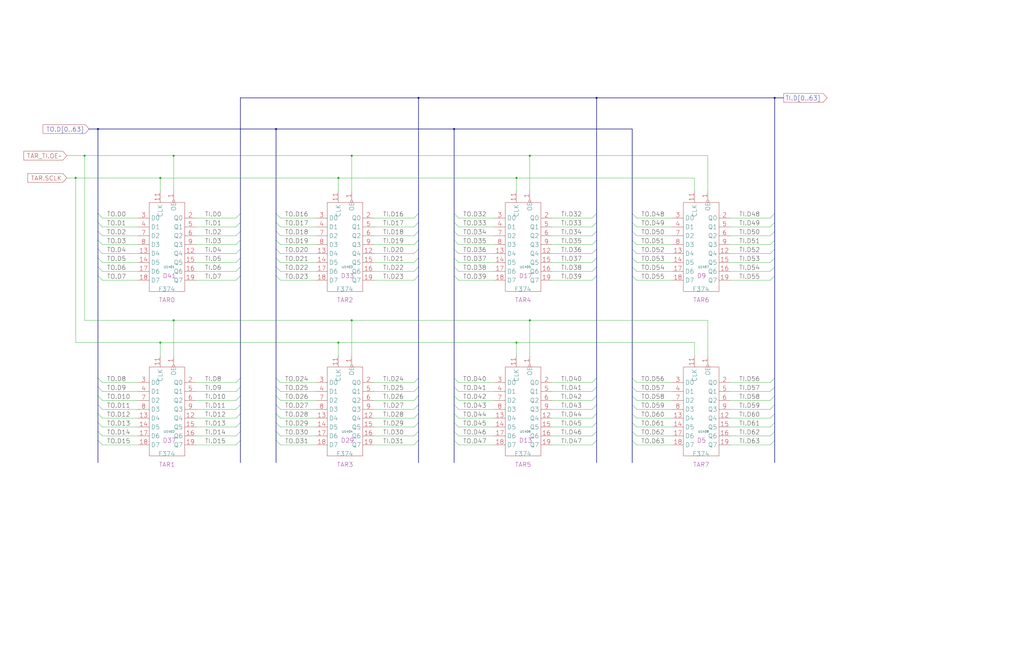
<source format=kicad_sch>
(kicad_sch (version 20250114) (generator "eeschema") (generator_version "9.0")
  (paper "User" 584.2 378.46)
  (title_block (title "TYPE ASSEMBLY REGISTER") (date "20-MAR-90") (rev "1.0") (comment 1 "FIU") (comment 2 "232-003065") (comment 3 "S400") (comment 4 "RELEASED"))
  (lib_symbols
    (symbol "r1000:F374" (pin_names (offset 1.016))
      (property "Reference" "U" (at 2.54 5.08 0))
      (property "Value" "F374" (at -3.81 -7.62 0))
      (property "Location" "___" (at -1.27 0 0))
      (property "Name" "______" (at 1.27 -15.24 0))
      (symbol "F374_1_1"
        (rectangle (start -8.89 41.91) (end 11.43 -8.89))
        (circle (center 5.08 42.545) (radius 0.635))
        (pin input line (at -15.24 33.02 0) (length 6.35) (name "D0") (number "3"))
        (pin input line (at -15.24 27.94 0) (length 6.35) (name "D1") (number "4"))
        (pin input line (at -15.24 22.86 0) (length 6.35) (name "D2") (number "7"))
        (pin input line (at -15.24 17.78 0) (length 6.35) (name "D3") (number "8"))
        (pin input line (at -15.24 12.7 0) (length 6.35) (name "D4") (number "13"))
        (pin input line (at -15.24 7.62 0) (length 6.35) (name "D5") (number "14"))
        (pin input line (at -15.24 2.54 0) (length 6.35) (name "D6") (number "17"))
        (pin input line (at -15.24 -2.54 0) (length 6.35) (name "D7") (number "18"))
        (pin input line (at -2.54 48.26 270) (length 6.35) (name "CLK") (number "11"))
        (pin input line (at 5.08 48.26 270) (length 5.08) (name "OE") (number "1"))
        (pin tri_state line (at 17.78 33.02 180) (length 6.35) (name "Q0") (number "2"))
        (pin tri_state line (at 17.78 27.94 180) (length 6.35) (name "Q1") (number "5"))
        (pin tri_state line (at 17.78 22.86 180) (length 6.35) (name "Q2") (number "6"))
        (pin tri_state line (at 17.78 17.78 180) (length 6.35) (name "Q3") (number "9"))
        (pin tri_state line (at 17.78 12.7 180) (length 6.35) (name "Q4") (number "12"))
        (pin tri_state line (at 17.78 7.62 180) (length 6.35) (name "Q5") (number "15"))
        (pin tri_state line (at 17.78 2.54 180) (length 6.35) (name "Q6") (number "16"))
        (pin tri_state line (at 17.78 -2.54 180) (length 6.35) (name "Q7") (number "19"))
      )
    )
  )
  (junction (at 259.08 73.66))
  (junction (at 43.18 101.6))
  (junction (at 238.76 55.88))
  (junction (at 193.04 195.58))
  (junction (at 294.64 195.58))
  (junction (at 157.48 73.66))
  (junction (at 441.96 55.88))
  (junction (at 294.64 101.6))
  (junction (at 91.44 195.58))
  (junction (at 200.66 88.9))
  (junction (at 99.06 182.88))
  (junction (at 99.06 88.9))
  (junction (at 302.26 88.9))
  (junction (at 200.66 182.88))
  (junction (at 193.04 101.6))
  (junction (at 55.88 73.66))
  (junction (at 302.26 182.88))
  (junction (at 48.26 88.9))
  (junction (at 340.36 55.88))
  (junction (at 91.44 101.6))
  (bus_entry (at 157.48 127) (size 2.54 2.54))
  (bus_entry (at 360.68 226.06) (size 2.54 2.54))
  (bus_entry (at 137.16 132.08) (size -2.54 2.54))
  (bus_entry (at 55.88 142.24) (size 2.54 2.54))
  (bus_entry (at 238.76 142.24) (size -2.54 2.54))
  (bus_entry (at 137.16 241.3) (size -2.54 2.54))
  (bus_entry (at 340.36 142.24) (size -2.54 2.54))
  (bus_entry (at 238.76 152.4) (size -2.54 2.54))
  (bus_entry (at 238.76 147.32) (size -2.54 2.54))
  (bus_entry (at 55.88 147.32) (size 2.54 2.54))
  (bus_entry (at 441.96 132.08) (size -2.54 2.54))
  (bus_entry (at 360.68 121.92) (size 2.54 2.54))
  (bus_entry (at 137.16 231.14) (size -2.54 2.54))
  (bus_entry (at 157.48 226.06) (size 2.54 2.54))
  (bus_entry (at 55.88 127) (size 2.54 2.54))
  (bus_entry (at 157.48 157.48) (size 2.54 2.54))
  (bus_entry (at 55.88 121.92) (size 2.54 2.54))
  (bus_entry (at 238.76 241.3) (size -2.54 2.54))
  (bus_entry (at 55.88 157.48) (size 2.54 2.54))
  (bus_entry (at 441.96 215.9) (size -2.54 2.54))
  (bus_entry (at 55.88 215.9) (size 2.54 2.54))
  (bus_entry (at 238.76 246.38) (size -2.54 2.54))
  (bus_entry (at 137.16 220.98) (size -2.54 2.54))
  (bus_entry (at 441.96 251.46) (size -2.54 2.54))
  (bus_entry (at 157.48 152.4) (size 2.54 2.54))
  (bus_entry (at 55.88 132.08) (size 2.54 2.54))
  (bus_entry (at 238.76 215.9) (size -2.54 2.54))
  (bus_entry (at 238.76 137.16) (size -2.54 2.54))
  (bus_entry (at 137.16 246.38) (size -2.54 2.54))
  (bus_entry (at 340.36 220.98) (size -2.54 2.54))
  (bus_entry (at 157.48 231.14) (size 2.54 2.54))
  (bus_entry (at 259.08 152.4) (size 2.54 2.54))
  (bus_entry (at 340.36 236.22) (size -2.54 2.54))
  (bus_entry (at 55.88 251.46) (size 2.54 2.54))
  (bus_entry (at 137.16 157.48) (size -2.54 2.54))
  (bus_entry (at 259.08 226.06) (size 2.54 2.54))
  (bus_entry (at 360.68 127) (size 2.54 2.54))
  (bus_entry (at 259.08 121.92) (size 2.54 2.54))
  (bus_entry (at 441.96 236.22) (size -2.54 2.54))
  (bus_entry (at 360.68 241.3) (size 2.54 2.54))
  (bus_entry (at 157.48 220.98) (size 2.54 2.54))
  (bus_entry (at 238.76 121.92) (size -2.54 2.54))
  (bus_entry (at 157.48 132.08) (size 2.54 2.54))
  (bus_entry (at 55.88 137.16) (size 2.54 2.54))
  (bus_entry (at 238.76 132.08) (size -2.54 2.54))
  (bus_entry (at 55.88 246.38) (size 2.54 2.54))
  (bus_entry (at 259.08 127) (size 2.54 2.54))
  (bus_entry (at 360.68 220.98) (size 2.54 2.54))
  (bus_entry (at 259.08 231.14) (size 2.54 2.54))
  (bus_entry (at 259.08 220.98) (size 2.54 2.54))
  (bus_entry (at 441.96 241.3) (size -2.54 2.54))
  (bus_entry (at 238.76 231.14) (size -2.54 2.54))
  (bus_entry (at 157.48 142.24) (size 2.54 2.54))
  (bus_entry (at 137.16 127) (size -2.54 2.54))
  (bus_entry (at 360.68 132.08) (size 2.54 2.54))
  (bus_entry (at 360.68 137.16) (size 2.54 2.54))
  (bus_entry (at 259.08 251.46) (size 2.54 2.54))
  (bus_entry (at 55.88 241.3) (size 2.54 2.54))
  (bus_entry (at 259.08 157.48) (size 2.54 2.54))
  (bus_entry (at 340.36 215.9) (size -2.54 2.54))
  (bus_entry (at 137.16 152.4) (size -2.54 2.54))
  (bus_entry (at 238.76 157.48) (size -2.54 2.54))
  (bus_entry (at 157.48 251.46) (size 2.54 2.54))
  (bus_entry (at 360.68 236.22) (size 2.54 2.54))
  (bus_entry (at 137.16 142.24) (size -2.54 2.54))
  (bus_entry (at 137.16 226.06) (size -2.54 2.54))
  (bus_entry (at 259.08 147.32) (size 2.54 2.54))
  (bus_entry (at 441.96 246.38) (size -2.54 2.54))
  (bus_entry (at 157.48 147.32) (size 2.54 2.54))
  (bus_entry (at 340.36 132.08) (size -2.54 2.54))
  (bus_entry (at 360.68 142.24) (size 2.54 2.54))
  (bus_entry (at 157.48 215.9) (size 2.54 2.54))
  (bus_entry (at 137.16 121.92) (size -2.54 2.54))
  (bus_entry (at 55.88 231.14) (size 2.54 2.54))
  (bus_entry (at 441.96 152.4) (size -2.54 2.54))
  (bus_entry (at 340.36 246.38) (size -2.54 2.54))
  (bus_entry (at 259.08 132.08) (size 2.54 2.54))
  (bus_entry (at 360.68 251.46) (size 2.54 2.54))
  (bus_entry (at 157.48 246.38) (size 2.54 2.54))
  (bus_entry (at 340.36 127) (size -2.54 2.54))
  (bus_entry (at 259.08 142.24) (size 2.54 2.54))
  (bus_entry (at 259.08 241.3) (size 2.54 2.54))
  (bus_entry (at 238.76 226.06) (size -2.54 2.54))
  (bus_entry (at 441.96 147.32) (size -2.54 2.54))
  (bus_entry (at 238.76 127) (size -2.54 2.54))
  (bus_entry (at 137.16 251.46) (size -2.54 2.54))
  (bus_entry (at 360.68 215.9) (size 2.54 2.54))
  (bus_entry (at 55.88 220.98) (size 2.54 2.54))
  (bus_entry (at 441.96 137.16) (size -2.54 2.54))
  (bus_entry (at 360.68 157.48) (size 2.54 2.54))
  (bus_entry (at 137.16 147.32) (size -2.54 2.54))
  (bus_entry (at 340.36 152.4) (size -2.54 2.54))
  (bus_entry (at 441.96 220.98) (size -2.54 2.54))
  (bus_entry (at 340.36 121.92) (size -2.54 2.54))
  (bus_entry (at 238.76 220.98) (size -2.54 2.54))
  (bus_entry (at 441.96 157.48) (size -2.54 2.54))
  (bus_entry (at 340.36 157.48) (size -2.54 2.54))
  (bus_entry (at 441.96 127) (size -2.54 2.54))
  (bus_entry (at 340.36 137.16) (size -2.54 2.54))
  (bus_entry (at 137.16 236.22) (size -2.54 2.54))
  (bus_entry (at 157.48 121.92) (size 2.54 2.54))
  (bus_entry (at 55.88 236.22) (size 2.54 2.54))
  (bus_entry (at 137.16 137.16) (size -2.54 2.54))
  (bus_entry (at 441.96 142.24) (size -2.54 2.54))
  (bus_entry (at 259.08 137.16) (size 2.54 2.54))
  (bus_entry (at 340.36 231.14) (size -2.54 2.54))
  (bus_entry (at 441.96 231.14) (size -2.54 2.54))
  (bus_entry (at 259.08 236.22) (size 2.54 2.54))
  (bus_entry (at 157.48 137.16) (size 2.54 2.54))
  (bus_entry (at 340.36 241.3) (size -2.54 2.54))
  (bus_entry (at 340.36 251.46) (size -2.54 2.54))
  (bus_entry (at 259.08 246.38) (size 2.54 2.54))
  (bus_entry (at 340.36 147.32) (size -2.54 2.54))
  (bus_entry (at 55.88 152.4) (size 2.54 2.54))
  (bus_entry (at 55.88 226.06) (size 2.54 2.54))
  (bus_entry (at 157.48 241.3) (size 2.54 2.54))
  (bus_entry (at 360.68 231.14) (size 2.54 2.54))
  (bus_entry (at 157.48 236.22) (size 2.54 2.54))
  (bus_entry (at 238.76 236.22) (size -2.54 2.54))
  (bus_entry (at 259.08 215.9) (size 2.54 2.54))
  (bus_entry (at 340.36 226.06) (size -2.54 2.54))
  (bus_entry (at 441.96 226.06) (size -2.54 2.54))
  (bus_entry (at 137.16 215.9) (size -2.54 2.54))
  (bus_entry (at 238.76 251.46) (size -2.54 2.54))
  (bus_entry (at 360.68 147.32) (size 2.54 2.54))
  (bus_entry (at 360.68 246.38) (size 2.54 2.54))
  (bus_entry (at 441.96 121.92) (size -2.54 2.54))
  (bus_entry (at 360.68 152.4) (size 2.54 2.54))
  (wire (pts (xy 193.04 195.58) (xy 294.64 195.58)))
  (bus (pts (xy 238.76 132.08) (xy 238.76 137.16)))
  (bus (pts (xy 340.36 226.06) (xy 340.36 231.14)))
  (wire (pts (xy 48.26 88.9) (xy 99.06 88.9)))
  (bus (pts (xy 259.08 147.32) (xy 259.08 152.4)))
  (wire (pts (xy 363.22 238.76) (xy 383.54 238.76)))
  (bus (pts (xy 157.48 246.38) (xy 157.48 251.46)))
  (wire (pts (xy 314.96 238.76) (xy 337.82 238.76)))
  (wire (pts (xy 302.26 182.88) (xy 403.86 182.88)))
  (bus (pts (xy 259.08 226.06) (xy 259.08 231.14)))
  (bus (pts (xy 360.68 241.3) (xy 360.68 246.38)))
  (bus (pts (xy 55.88 121.92) (xy 55.88 127)))
  (wire (pts (xy 363.22 149.86) (xy 383.54 149.86)))
  (wire (pts (xy 58.42 134.62) (xy 78.74 134.62)))
  (wire (pts (xy 58.42 129.54) (xy 78.74 129.54)))
  (wire (pts (xy 363.22 129.54) (xy 383.54 129.54)))
  (wire (pts (xy 111.76 218.44) (xy 134.62 218.44)))
  (bus (pts (xy 360.68 137.16) (xy 360.68 142.24)))
  (wire (pts (xy 111.76 223.52) (xy 134.62 223.52)))
  (wire (pts (xy 314.96 248.92) (xy 337.82 248.92)))
  (wire (pts (xy 111.76 154.94) (xy 134.62 154.94)))
  (bus (pts (xy 157.48 231.14) (xy 157.48 236.22)))
  (wire (pts (xy 58.42 149.86) (xy 78.74 149.86)))
  (wire (pts (xy 261.62 160.02) (xy 281.94 160.02)))
  (wire (pts (xy 302.26 88.9) (xy 403.86 88.9)))
  (bus (pts (xy 360.68 127) (xy 360.68 132.08)))
  (wire (pts (xy 213.36 248.92) (xy 236.22 248.92)))
  (wire (pts (xy 99.06 88.9) (xy 99.06 109.22)))
  (bus (pts (xy 137.16 157.48) (xy 137.16 215.9)))
  (wire (pts (xy 160.02 243.84) (xy 180.34 243.84)))
  (bus (pts (xy 441.96 127) (xy 441.96 132.08)))
  (wire (pts (xy 111.76 149.86) (xy 134.62 149.86)))
  (bus (pts (xy 441.96 241.3) (xy 441.96 246.38)))
  (bus (pts (xy 238.76 127) (xy 238.76 132.08)))
  (bus (pts (xy 137.16 132.08) (xy 137.16 137.16)))
  (wire (pts (xy 363.22 233.68) (xy 383.54 233.68)))
  (bus (pts (xy 157.48 137.16) (xy 157.48 142.24)))
  (bus (pts (xy 360.68 220.98) (xy 360.68 226.06)))
  (wire (pts (xy 363.22 254) (xy 383.54 254)))
  (wire (pts (xy 213.36 228.6) (xy 236.22 228.6)))
  (wire (pts (xy 193.04 195.58) (xy 193.04 203.2)))
  (bus (pts (xy 55.88 236.22) (xy 55.88 241.3)))
  (wire (pts (xy 91.44 101.6) (xy 193.04 101.6)))
  (bus (pts (xy 50.8 73.66) (xy 55.88 73.66)))
  (wire (pts (xy 200.66 88.9) (xy 200.66 109.22)))
  (bus (pts (xy 340.36 142.24) (xy 340.36 147.32)))
  (wire (pts (xy 261.62 139.7) (xy 281.94 139.7)))
  (bus (pts (xy 340.36 231.14) (xy 340.36 236.22)))
  (wire (pts (xy 58.42 218.44) (xy 78.74 218.44)))
  (wire (pts (xy 261.62 233.68) (xy 281.94 233.68)))
  (wire (pts (xy 213.36 124.46) (xy 236.22 124.46)))
  (bus (pts (xy 340.36 236.22) (xy 340.36 241.3)))
  (bus (pts (xy 441.96 215.9) (xy 441.96 220.98)))
  (wire (pts (xy 111.76 160.02) (xy 134.62 160.02)))
  (bus (pts (xy 259.08 251.46) (xy 259.08 264.16)))
  (wire (pts (xy 416.56 154.94) (xy 439.42 154.94)))
  (wire (pts (xy 58.42 139.7) (xy 78.74 139.7)))
  (bus (pts (xy 238.76 137.16) (xy 238.76 142.24)))
  (wire (pts (xy 48.26 182.88) (xy 48.26 88.9)))
  (bus (pts (xy 238.76 236.22) (xy 238.76 241.3)))
  (wire (pts (xy 416.56 124.46) (xy 439.42 124.46)))
  (wire (pts (xy 58.42 223.52) (xy 78.74 223.52)))
  (wire (pts (xy 43.18 101.6) (xy 91.44 101.6)))
  (bus (pts (xy 441.96 236.22) (xy 441.96 241.3)))
  (bus (pts (xy 360.68 73.66) (xy 360.68 121.92)))
  (bus (pts (xy 137.16 241.3) (xy 137.16 246.38)))
  (wire (pts (xy 160.02 228.6) (xy 180.34 228.6)))
  (wire (pts (xy 314.96 223.52) (xy 337.82 223.52)))
  (wire (pts (xy 302.26 88.9) (xy 302.26 109.22)))
  (bus (pts (xy 137.16 251.46) (xy 137.16 264.16)))
  (wire (pts (xy 213.36 154.94) (xy 236.22 154.94)))
  (bus (pts (xy 360.68 157.48) (xy 360.68 215.9)))
  (wire (pts (xy 294.64 195.58) (xy 294.64 203.2)))
  (wire (pts (xy 111.76 144.78) (xy 134.62 144.78)))
  (bus (pts (xy 137.16 220.98) (xy 137.16 226.06)))
  (wire (pts (xy 261.62 254) (xy 281.94 254)))
  (wire (pts (xy 193.04 101.6) (xy 193.04 109.22)))
  (bus (pts (xy 55.88 73.66) (xy 157.48 73.66)))
  (wire (pts (xy 294.64 101.6) (xy 396.24 101.6)))
  (bus (pts (xy 157.48 127) (xy 157.48 132.08)))
  (bus (pts (xy 340.36 121.92) (xy 340.36 127)))
  (bus (pts (xy 340.36 127) (xy 340.36 132.08)))
  (bus (pts (xy 137.16 236.22) (xy 137.16 241.3)))
  (bus (pts (xy 238.76 157.48) (xy 238.76 215.9)))
  (bus (pts (xy 340.36 220.98) (xy 340.36 226.06)))
  (wire (pts (xy 416.56 233.68) (xy 439.42 233.68)))
  (wire (pts (xy 160.02 218.44) (xy 180.34 218.44)))
  (bus (pts (xy 259.08 215.9) (xy 259.08 220.98)))
  (wire (pts (xy 363.22 243.84) (xy 383.54 243.84)))
  (wire (pts (xy 416.56 139.7) (xy 439.42 139.7)))
  (bus (pts (xy 238.76 152.4) (xy 238.76 157.48)))
  (wire (pts (xy 403.86 182.88) (xy 403.86 203.2)))
  (wire (pts (xy 160.02 149.86) (xy 180.34 149.86)))
  (bus (pts (xy 259.08 127) (xy 259.08 132.08)))
  (wire (pts (xy 160.02 254) (xy 180.34 254)))
  (bus (pts (xy 238.76 231.14) (xy 238.76 236.22)))
  (bus (pts (xy 55.88 251.46) (xy 55.88 264.16)))
  (bus (pts (xy 340.36 137.16) (xy 340.36 142.24)))
  (wire (pts (xy 58.42 144.78) (xy 78.74 144.78)))
  (bus (pts (xy 441.96 55.88) (xy 447.04 55.88)))
  (wire (pts (xy 213.36 149.86) (xy 236.22 149.86)))
  (wire (pts (xy 416.56 238.76) (xy 439.42 238.76)))
  (wire (pts (xy 111.76 228.6) (xy 134.62 228.6)))
  (wire (pts (xy 111.76 243.84) (xy 134.62 243.84)))
  (bus (pts (xy 441.96 147.32) (xy 441.96 152.4)))
  (bus (pts (xy 137.16 137.16) (xy 137.16 142.24)))
  (wire (pts (xy 213.36 160.02) (xy 236.22 160.02)))
  (bus (pts (xy 137.16 152.4) (xy 137.16 157.48)))
  (bus (pts (xy 441.96 220.98) (xy 441.96 226.06)))
  (wire (pts (xy 111.76 254) (xy 134.62 254)))
  (bus (pts (xy 340.36 55.88) (xy 441.96 55.88)))
  (wire (pts (xy 261.62 124.46) (xy 281.94 124.46)))
  (bus (pts (xy 340.36 55.88) (xy 340.36 121.92)))
  (wire (pts (xy 58.42 233.68) (xy 78.74 233.68)))
  (bus (pts (xy 360.68 236.22) (xy 360.68 241.3)))
  (wire (pts (xy 91.44 101.6) (xy 91.44 109.22)))
  (bus (pts (xy 360.68 142.24) (xy 360.68 147.32)))
  (bus (pts (xy 137.16 121.92) (xy 137.16 127)))
  (bus (pts (xy 360.68 231.14) (xy 360.68 236.22)))
  (wire (pts (xy 261.62 154.94) (xy 281.94 154.94)))
  (wire (pts (xy 160.02 223.52) (xy 180.34 223.52)))
  (wire (pts (xy 99.06 182.88) (xy 48.26 182.88)))
  (wire (pts (xy 160.02 248.92) (xy 180.34 248.92)))
  (wire (pts (xy 314.96 228.6) (xy 337.82 228.6)))
  (wire (pts (xy 99.06 88.9) (xy 200.66 88.9)))
  (bus (pts (xy 441.96 246.38) (xy 441.96 251.46)))
  (wire (pts (xy 261.62 134.62) (xy 281.94 134.62)))
  (wire (pts (xy 261.62 238.76) (xy 281.94 238.76)))
  (bus (pts (xy 360.68 152.4) (xy 360.68 157.48)))
  (bus (pts (xy 360.68 147.32) (xy 360.68 152.4)))
  (wire (pts (xy 294.64 101.6) (xy 294.64 109.22)))
  (wire (pts (xy 160.02 129.54) (xy 180.34 129.54)))
  (bus (pts (xy 238.76 55.88) (xy 238.76 121.92)))
  (bus (pts (xy 441.96 142.24) (xy 441.96 147.32)))
  (wire (pts (xy 213.36 139.7) (xy 236.22 139.7)))
  (bus (pts (xy 157.48 236.22) (xy 157.48 241.3)))
  (bus (pts (xy 259.08 152.4) (xy 259.08 157.48)))
  (bus (pts (xy 157.48 157.48) (xy 157.48 215.9)))
  (bus (pts (xy 360.68 215.9) (xy 360.68 220.98)))
  (wire (pts (xy 261.62 228.6) (xy 281.94 228.6)))
  (wire (pts (xy 416.56 223.52) (xy 439.42 223.52)))
  (wire (pts (xy 213.36 233.68) (xy 236.22 233.68)))
  (wire (pts (xy 160.02 139.7) (xy 180.34 139.7)))
  (wire (pts (xy 111.76 124.46) (xy 134.62 124.46)))
  (bus (pts (xy 157.48 152.4) (xy 157.48 157.48)))
  (bus (pts (xy 238.76 246.38) (xy 238.76 251.46)))
  (bus (pts (xy 157.48 251.46) (xy 157.48 264.16)))
  (wire (pts (xy 403.86 88.9) (xy 403.86 109.22)))
  (wire (pts (xy 58.42 160.02) (xy 78.74 160.02)))
  (bus (pts (xy 238.76 142.24) (xy 238.76 147.32)))
  (bus (pts (xy 340.36 132.08) (xy 340.36 137.16)))
  (wire (pts (xy 363.22 223.52) (xy 383.54 223.52)))
  (wire (pts (xy 396.24 101.6) (xy 396.24 109.22)))
  (bus (pts (xy 340.36 215.9) (xy 340.36 220.98)))
  (bus (pts (xy 259.08 157.48) (xy 259.08 215.9)))
  (wire (pts (xy 416.56 144.78) (xy 439.42 144.78)))
  (bus (pts (xy 259.08 142.24) (xy 259.08 147.32)))
  (wire (pts (xy 160.02 124.46) (xy 180.34 124.46)))
  (wire (pts (xy 213.36 223.52) (xy 236.22 223.52)))
  (wire (pts (xy 111.76 233.68) (xy 134.62 233.68)))
  (bus (pts (xy 238.76 241.3) (xy 238.76 246.38)))
  (bus (pts (xy 259.08 73.66) (xy 360.68 73.66)))
  (wire (pts (xy 416.56 134.62) (xy 439.42 134.62)))
  (bus (pts (xy 137.16 127) (xy 137.16 132.08)))
  (bus (pts (xy 360.68 121.92) (xy 360.68 127)))
  (wire (pts (xy 261.62 248.92) (xy 281.94 248.92)))
  (wire (pts (xy 213.36 254) (xy 236.22 254)))
  (bus (pts (xy 238.76 220.98) (xy 238.76 226.06)))
  (bus (pts (xy 259.08 137.16) (xy 259.08 142.24)))
  (bus (pts (xy 55.88 152.4) (xy 55.88 157.48)))
  (bus (pts (xy 157.48 142.24) (xy 157.48 147.32)))
  (wire (pts (xy 160.02 134.62) (xy 180.34 134.62)))
  (bus (pts (xy 360.68 246.38) (xy 360.68 251.46)))
  (wire (pts (xy 213.36 134.62) (xy 236.22 134.62)))
  (wire (pts (xy 200.66 88.9) (xy 302.26 88.9)))
  (bus (pts (xy 55.88 157.48) (xy 55.88 215.9)))
  (bus (pts (xy 441.96 121.92) (xy 441.96 127)))
  (bus (pts (xy 259.08 236.22) (xy 259.08 241.3)))
  (wire (pts (xy 213.36 243.84) (xy 236.22 243.84)))
  (wire (pts (xy 160.02 238.76) (xy 180.34 238.76)))
  (wire (pts (xy 261.62 223.52) (xy 281.94 223.52)))
  (bus (pts (xy 340.36 157.48) (xy 340.36 215.9)))
  (wire (pts (xy 58.42 243.84) (xy 78.74 243.84)))
  (bus (pts (xy 137.16 215.9) (xy 137.16 220.98)))
  (wire (pts (xy 416.56 243.84) (xy 439.42 243.84)))
  (bus (pts (xy 340.36 241.3) (xy 340.36 246.38)))
  (bus (pts (xy 340.36 251.46) (xy 340.36 264.16)))
  (wire (pts (xy 261.62 149.86) (xy 281.94 149.86)))
  (bus (pts (xy 441.96 55.88) (xy 441.96 121.92)))
  (wire (pts (xy 302.26 182.88) (xy 302.26 203.2)))
  (bus (pts (xy 259.08 246.38) (xy 259.08 251.46)))
  (bus (pts (xy 259.08 241.3) (xy 259.08 246.38)))
  (bus (pts (xy 157.48 220.98) (xy 157.48 226.06)))
  (wire (pts (xy 261.62 129.54) (xy 281.94 129.54)))
  (bus (pts (xy 259.08 73.66) (xy 259.08 121.92)))
  (wire (pts (xy 363.22 154.94) (xy 383.54 154.94)))
  (bus (pts (xy 55.88 231.14) (xy 55.88 236.22)))
  (wire (pts (xy 363.22 160.02) (xy 383.54 160.02)))
  (wire (pts (xy 314.96 139.7) (xy 337.82 139.7)))
  (wire (pts (xy 38.1 101.6) (xy 43.18 101.6)))
  (bus (pts (xy 157.48 132.08) (xy 157.48 137.16)))
  (wire (pts (xy 160.02 160.02) (xy 180.34 160.02)))
  (wire (pts (xy 314.96 154.94) (xy 337.82 154.94)))
  (bus (pts (xy 137.16 142.24) (xy 137.16 147.32)))
  (bus (pts (xy 441.96 157.48) (xy 441.96 215.9)))
  (bus (pts (xy 441.96 226.06) (xy 441.96 231.14)))
  (wire (pts (xy 314.96 129.54) (xy 337.82 129.54)))
  (wire (pts (xy 314.96 233.68) (xy 337.82 233.68)))
  (wire (pts (xy 200.66 182.88) (xy 200.66 203.2)))
  (bus (pts (xy 137.16 246.38) (xy 137.16 251.46)))
  (wire (pts (xy 160.02 233.68) (xy 180.34 233.68)))
  (bus (pts (xy 55.88 226.06) (xy 55.88 231.14)))
  (bus (pts (xy 340.36 246.38) (xy 340.36 251.46)))
  (wire (pts (xy 261.62 218.44) (xy 281.94 218.44)))
  (bus (pts (xy 238.76 226.06) (xy 238.76 231.14)))
  (bus (pts (xy 238.76 147.32) (xy 238.76 152.4)))
  (wire (pts (xy 314.96 144.78) (xy 337.82 144.78)))
  (bus (pts (xy 441.96 251.46) (xy 441.96 264.16)))
  (wire (pts (xy 363.22 124.46) (xy 383.54 124.46)))
  (bus (pts (xy 55.88 220.98) (xy 55.88 226.06)))
  (wire (pts (xy 99.06 182.88) (xy 99.06 203.2)))
  (bus (pts (xy 340.36 147.32) (xy 340.36 152.4)))
  (wire (pts (xy 91.44 195.58) (xy 91.44 203.2)))
  (bus (pts (xy 55.88 147.32) (xy 55.88 152.4)))
  (bus (pts (xy 137.16 55.88) (xy 238.76 55.88)))
  (bus (pts (xy 360.68 251.46) (xy 360.68 264.16)))
  (wire (pts (xy 111.76 139.7) (xy 134.62 139.7)))
  (wire (pts (xy 111.76 129.54) (xy 134.62 129.54)))
  (wire (pts (xy 314.96 218.44) (xy 337.82 218.44)))
  (wire (pts (xy 416.56 160.02) (xy 439.42 160.02)))
  (wire (pts (xy 416.56 248.92) (xy 439.42 248.92)))
  (bus (pts (xy 55.88 215.9) (xy 55.88 220.98)))
  (wire (pts (xy 38.1 88.9) (xy 48.26 88.9)))
  (bus (pts (xy 137.16 55.88) (xy 137.16 121.92)))
  (wire (pts (xy 58.42 154.94) (xy 78.74 154.94)))
  (wire (pts (xy 58.42 254) (xy 78.74 254)))
  (bus (pts (xy 238.76 215.9) (xy 238.76 220.98)))
  (bus (pts (xy 157.48 73.66) (xy 259.08 73.66)))
  (wire (pts (xy 314.96 254) (xy 337.82 254)))
  (wire (pts (xy 314.96 160.02) (xy 337.82 160.02)))
  (wire (pts (xy 213.36 238.76) (xy 236.22 238.76)))
  (wire (pts (xy 314.96 124.46) (xy 337.82 124.46)))
  (bus (pts (xy 55.88 73.66) (xy 55.88 121.92)))
  (bus (pts (xy 441.96 231.14) (xy 441.96 236.22)))
  (wire (pts (xy 213.36 218.44) (xy 236.22 218.44)))
  (wire (pts (xy 314.96 134.62) (xy 337.82 134.62)))
  (bus (pts (xy 441.96 152.4) (xy 441.96 157.48)))
  (bus (pts (xy 137.16 147.32) (xy 137.16 152.4)))
  (bus (pts (xy 340.36 152.4) (xy 340.36 157.48)))
  (wire (pts (xy 314.96 243.84) (xy 337.82 243.84)))
  (wire (pts (xy 213.36 144.78) (xy 236.22 144.78)))
  (wire (pts (xy 416.56 218.44) (xy 439.42 218.44)))
  (bus (pts (xy 55.88 132.08) (xy 55.88 137.16)))
  (wire (pts (xy 160.02 154.94) (xy 180.34 154.94)))
  (wire (pts (xy 261.62 243.84) (xy 281.94 243.84)))
  (bus (pts (xy 441.96 132.08) (xy 441.96 137.16)))
  (wire (pts (xy 111.76 238.76) (xy 134.62 238.76)))
  (wire (pts (xy 363.22 218.44) (xy 383.54 218.44)))
  (wire (pts (xy 363.22 248.92) (xy 383.54 248.92)))
  (wire (pts (xy 416.56 129.54) (xy 439.42 129.54)))
  (wire (pts (xy 363.22 134.62) (xy 383.54 134.62)))
  (bus (pts (xy 157.48 147.32) (xy 157.48 152.4)))
  (bus (pts (xy 238.76 251.46) (xy 238.76 264.16)))
  (bus (pts (xy 157.48 121.92) (xy 157.48 127)))
  (wire (pts (xy 416.56 149.86) (xy 439.42 149.86)))
  (wire (pts (xy 99.06 182.88) (xy 200.66 182.88)))
  (bus (pts (xy 157.48 241.3) (xy 157.48 246.38)))
  (wire (pts (xy 363.22 144.78) (xy 383.54 144.78)))
  (bus (pts (xy 360.68 132.08) (xy 360.68 137.16)))
  (bus (pts (xy 55.88 127) (xy 55.88 132.08)))
  (wire (pts (xy 111.76 134.62) (xy 134.62 134.62)))
  (bus (pts (xy 55.88 137.16) (xy 55.88 142.24)))
  (bus (pts (xy 157.48 73.66) (xy 157.48 121.92)))
  (bus (pts (xy 137.16 231.14) (xy 137.16 236.22)))
  (wire (pts (xy 294.64 195.58) (xy 396.24 195.58)))
  (wire (pts (xy 416.56 228.6) (xy 439.42 228.6)))
  (wire (pts (xy 416.56 254) (xy 439.42 254)))
  (wire (pts (xy 43.18 195.58) (xy 43.18 101.6)))
  (wire (pts (xy 111.76 248.92) (xy 134.62 248.92)))
  (wire (pts (xy 314.96 149.86) (xy 337.82 149.86)))
  (bus (pts (xy 360.68 226.06) (xy 360.68 231.14)))
  (wire (pts (xy 58.42 124.46) (xy 78.74 124.46)))
  (wire (pts (xy 91.44 195.58) (xy 193.04 195.58)))
  (wire (pts (xy 396.24 195.58) (xy 396.24 203.2)))
  (wire (pts (xy 363.22 228.6) (xy 383.54 228.6)))
  (bus (pts (xy 157.48 226.06) (xy 157.48 231.14)))
  (wire (pts (xy 58.42 248.92) (xy 78.74 248.92)))
  (bus (pts (xy 259.08 132.08) (xy 259.08 137.16)))
  (wire (pts (xy 261.62 144.78) (xy 281.94 144.78)))
  (bus (pts (xy 55.88 142.24) (xy 55.88 147.32)))
  (bus (pts (xy 55.88 241.3) (xy 55.88 246.38)))
  (wire (pts (xy 363.22 139.7) (xy 383.54 139.7)))
  (bus (pts (xy 238.76 55.88) (xy 340.36 55.88)))
  (bus (pts (xy 259.08 231.14) (xy 259.08 236.22)))
  (wire (pts (xy 200.66 182.88) (xy 302.26 182.88)))
  (bus (pts (xy 157.48 215.9) (xy 157.48 220.98)))
  (wire (pts (xy 213.36 129.54) (xy 236.22 129.54)))
  (bus (pts (xy 137.16 226.06) (xy 137.16 231.14)))
  (bus (pts (xy 55.88 246.38) (xy 55.88 251.46)))
  (wire (pts (xy 58.42 228.6) (xy 78.74 228.6)))
  (wire (pts (xy 160.02 144.78) (xy 180.34 144.78)))
  (bus (pts (xy 238.76 121.92) (xy 238.76 127)))
  (wire (pts (xy 193.04 101.6) (xy 294.64 101.6)))
  (wire (pts (xy 58.42 238.76) (xy 78.74 238.76)))
  (bus (pts (xy 441.96 137.16) (xy 441.96 142.24)))
  (bus (pts (xy 259.08 121.92) (xy 259.08 127)))
  (wire (pts (xy 91.44 195.58) (xy 43.18 195.58)))
  (bus (pts (xy 259.08 220.98) (xy 259.08 226.06)))
  (label "TO.D44" (at 264.16 238.76 0) (effects (font (size 2.54 2.54))))
  (label "TO.D37" (at 264.16 149.86 0) (effects (font (size 2.54 2.54))))
  (label "TO.D1" (at 60.96 129.54 0) (effects (font (size 2.54 2.54))))
  (label "TI.D57" (at 421.64 223.52 0) (effects (font (size 2.54 2.54))))
  (label "TO.D51" (at 365.76 139.7 0) (effects (font (size 2.54 2.54))))
  (label "TO.D57" (at 365.76 223.52 0) (effects (font (size 2.54 2.54))))
  (label "TO.D30" (at 162.56 248.92 0) (effects (font (size 2.54 2.54))))
  (label "TI.D39" (at 320.04 160.02 0) (effects (font (size 2.54 2.54))))
  (label "TO.D61" (at 365.76 243.84 0) (effects (font (size 2.54 2.54))))
  (label "TO.D41" (at 264.16 223.52 0) (effects (font (size 2.54 2.54))))
  (label "TI.D47" (at 320.04 254 0) (effects (font (size 2.54 2.54))))
  (label "TI.D24" (at 218.44 218.44 0) (effects (font (size 2.54 2.54))))
  (label "TI.D63" (at 421.64 254 0) (effects (font (size 2.54 2.54))))
  (label "TI.D17" (at 218.44 129.54 0) (effects (font (size 2.54 2.54))))
  (label "TO.D45" (at 264.16 243.84 0) (effects (font (size 2.54 2.54))))
  (label "TI.D25" (at 218.44 223.52 0) (effects (font (size 2.54 2.54))))
  (label "TI.D19" (at 218.44 139.7 0) (effects (font (size 2.54 2.54))))
  (label "TI.D61" (at 421.64 243.84 0) (effects (font (size 2.54 2.54))))
  (label "TI.D55" (at 421.64 160.02 0) (effects (font (size 2.54 2.54))))
  (label "TI.D5" (at 116.84 149.86 0) (effects (font (size 2.54 2.54))))
  (label "TO.D63" (at 365.76 254 0) (effects (font (size 2.54 2.54))))
  (label "TO.D47" (at 264.16 254 0) (effects (font (size 2.54 2.54))))
  (label "TO.D7" (at 60.96 160.02 0) (effects (font (size 2.54 2.54))))
  (label "TO.D21" (at 162.56 149.86 0) (effects (font (size 2.54 2.54))))
  (label "TO.D14" (at 60.96 248.92 0) (effects (font (size 2.54 2.54))))
  (label "TI.D44" (at 320.04 238.76 0) (effects (font (size 2.54 2.54))))
  (label "TI.D35" (at 320.04 139.7 0) (effects (font (size 2.54 2.54))))
  (label "TI.D18" (at 218.44 134.62 0) (effects (font (size 2.54 2.54))))
  (label "TI.D14" (at 116.84 248.92 0) (effects (font (size 2.54 2.54))))
  (label "TI.D58" (at 421.64 228.6 0) (effects (font (size 2.54 2.54))))
  (label "TO.D13" (at 60.96 243.84 0) (effects (font (size 2.54 2.54))))
  (label "TO.D19" (at 162.56 139.7 0) (effects (font (size 2.54 2.54))))
  (label "TI.D23" (at 218.44 160.02 0) (effects (font (size 2.54 2.54))))
  (label "TI.D20" (at 218.44 144.78 0) (effects (font (size 2.54 2.54))))
  (label "TI.D33" (at 320.04 129.54 0) (effects (font (size 2.54 2.54))))
  (label "TO.D50" (at 365.76 134.62 0) (effects (font (size 2.54 2.54))))
  (label "TI.D32" (at 320.04 124.46 0) (effects (font (size 2.54 2.54))))
  (label "TO.D15" (at 60.96 254 0) (effects (font (size 2.54 2.54))))
  (label "TI.D45" (at 320.04 243.84 0) (effects (font (size 2.54 2.54))))
  (label "TO.D54" (at 365.76 154.94 0) (effects (font (size 2.54 2.54))))
  (label "TI.D12" (at 116.84 238.76 0) (effects (font (size 2.54 2.54))))
  (label "TO.D32" (at 264.16 124.46 0) (effects (font (size 2.54 2.54))))
  (label "TO.D23" (at 162.56 160.02 0) (effects (font (size 2.54 2.54))))
  (label "TI.D7" (at 116.84 160.02 0) (effects (font (size 2.54 2.54))))
  (label "TO.D62" (at 365.76 248.92 0) (effects (font (size 2.54 2.54))))
  (label "TI.D6" (at 116.84 154.94 0) (effects (font (size 2.54 2.54))))
  (label "TO.D16" (at 162.56 124.46 0) (effects (font (size 2.54 2.54))))
  (label "TO.D40" (at 264.16 218.44 0) (effects (font (size 2.54 2.54))))
  (label "TO.D46" (at 264.16 248.92 0) (effects (font (size 2.54 2.54))))
  (label "TO.D31" (at 162.56 254 0) (effects (font (size 2.54 2.54))))
  (label "TO.D17" (at 162.56 129.54 0) (effects (font (size 2.54 2.54))))
  (label "TO.D36" (at 264.16 144.78 0) (effects (font (size 2.54 2.54))))
  (label "TO.D11" (at 60.96 233.68 0) (effects (font (size 2.54 2.54))))
  (label "TI.D51" (at 421.64 139.7 0) (effects (font (size 2.54 2.54))))
  (label "TO.D55" (at 365.76 160.02 0) (effects (font (size 2.54 2.54))))
  (label "TI.D49" (at 421.64 129.54 0) (effects (font (size 2.54 2.54))))
  (label "TO.D33" (at 264.16 129.54 0) (effects (font (size 2.54 2.54))))
  (label "TI.D36" (at 320.04 144.78 0) (effects (font (size 2.54 2.54))))
  (label "TI.D52" (at 421.64 144.78 0) (effects (font (size 2.54 2.54))))
  (label "TO.D28" (at 162.56 238.76 0) (effects (font (size 2.54 2.54))))
  (label "TI.D4" (at 116.84 144.78 0) (effects (font (size 2.54 2.54))))
  (label "TO.D9" (at 60.96 223.52 0) (effects (font (size 2.54 2.54))))
  (label "TO.D42" (at 264.16 228.6 0) (effects (font (size 2.54 2.54))))
  (label "TI.D9" (at 116.84 223.52 0) (effects (font (size 2.54 2.54))))
  (label "TO.D6" (at 60.96 154.94 0) (effects (font (size 2.54 2.54))))
  (label "TI.D11" (at 116.84 233.68 0) (effects (font (size 2.54 2.54))))
  (label "TI.D2" (at 116.84 134.62 0) (effects (font (size 2.54 2.54))))
  (label "TO.D59" (at 365.76 233.68 0) (effects (font (size 2.54 2.54))))
  (label "TO.D8" (at 60.96 218.44 0) (effects (font (size 2.54 2.54))))
  (label "TO.D5" (at 60.96 149.86 0) (effects (font (size 2.54 2.54))))
  (label "TI.D15" (at 116.84 254 0) (effects (font (size 2.54 2.54))))
  (label "TO.D4" (at 60.96 144.78 0) (effects (font (size 2.54 2.54))))
  (label "TO.D52" (at 365.76 144.78 0) (effects (font (size 2.54 2.54))))
  (label "TO.D38" (at 264.16 154.94 0) (effects (font (size 2.54 2.54))))
  (label "TO.D35" (at 264.16 139.7 0) (effects (font (size 2.54 2.54))))
  (label "TI.D46" (at 320.04 248.92 0) (effects (font (size 2.54 2.54))))
  (label "TI.D26" (at 218.44 228.6 0) (effects (font (size 2.54 2.54))))
  (label "TO.D12" (at 60.96 238.76 0) (effects (font (size 2.54 2.54))))
  (label "TO.D2" (at 60.96 134.62 0) (effects (font (size 2.54 2.54))))
  (label "TO.D60" (at 365.76 238.76 0) (effects (font (size 2.54 2.54))))
  (label "TO.D10" (at 60.96 228.6 0) (effects (font (size 2.54 2.54))))
  (label "TO.D20" (at 162.56 144.78 0) (effects (font (size 2.54 2.54))))
  (label "TI.D42" (at 320.04 228.6 0) (effects (font (size 2.54 2.54))))
  (label "TO.D29" (at 162.56 243.84 0) (effects (font (size 2.54 2.54))))
  (label "TO.D0" (at 60.96 124.46 0) (effects (font (size 2.54 2.54))))
  (label "TI.D30" (at 218.44 248.92 0) (effects (font (size 2.54 2.54))))
  (label "TI.D28" (at 218.44 238.76 0) (effects (font (size 2.54 2.54))))
  (label "TI.D59" (at 421.64 233.68 0) (effects (font (size 2.54 2.54))))
  (label "TI.D48" (at 421.64 124.46 0) (effects (font (size 2.54 2.54))))
  (label "TI.D22" (at 218.44 154.94 0) (effects (font (size 2.54 2.54))))
  (label "TI.D53" (at 421.64 149.86 0) (effects (font (size 2.54 2.54))))
  (label "TI.D40" (at 320.04 218.44 0) (effects (font (size 2.54 2.54))))
  (label "TO.D53" (at 365.76 149.86 0) (effects (font (size 2.54 2.54))))
  (label "TI.D50" (at 421.64 134.62 0) (effects (font (size 2.54 2.54))))
  (label "TI.D37" (at 320.04 149.86 0) (effects (font (size 2.54 2.54))))
  (label "TO.D58" (at 365.76 228.6 0) (effects (font (size 2.54 2.54))))
  (label "TI.D43" (at 320.04 233.68 0) (effects (font (size 2.54 2.54))))
  (label "TO.D24" (at 162.56 218.44 0) (effects (font (size 2.54 2.54))))
  (label "TI.D38" (at 320.04 154.94 0) (effects (font (size 2.54 2.54))))
  (label "TO.D18" (at 162.56 134.62 0) (effects (font (size 2.54 2.54))))
  (label "TO.D39" (at 264.16 160.02 0) (effects (font (size 2.54 2.54))))
  (label "TO.D27" (at 162.56 233.68 0) (effects (font (size 2.54 2.54))))
  (label "TO.D22" (at 162.56 154.94 0) (effects (font (size 2.54 2.54))))
  (label "TO.D43" (at 264.16 233.68 0) (effects (font (size 2.54 2.54))))
  (label "TO.D26" (at 162.56 228.6 0) (effects (font (size 2.54 2.54))))
  (label "TI.D62" (at 421.64 248.92 0) (effects (font (size 2.54 2.54))))
  (label "TO.D34" (at 264.16 134.62 0) (effects (font (size 2.54 2.54))))
  (label "TO.D49" (at 365.76 129.54 0) (effects (font (size 2.54 2.54))))
  (label "TI.D16" (at 218.44 124.46 0) (effects (font (size 2.54 2.54))))
  (label "TI.D60" (at 421.64 238.76 0) (effects (font (size 2.54 2.54))))
  (label "TI.D41" (at 320.04 223.52 0) (effects (font (size 2.54 2.54))))
  (label "TI.D27" (at 218.44 233.68 0) (effects (font (size 2.54 2.54))))
  (label "TI.D8" (at 116.84 218.44 0) (effects (font (size 2.54 2.54))))
  (label "TO.D3" (at 60.96 139.7 0) (effects (font (size 2.54 2.54))))
  (label "TO.D56" (at 365.76 218.44 0) (effects (font (size 2.54 2.54))))
  (label "TO.D25" (at 162.56 223.52 0) (effects (font (size 2.54 2.54))))
  (label "TI.D21" (at 218.44 149.86 0) (effects (font (size 2.54 2.54))))
  (label "TI.D29" (at 218.44 243.84 0) (effects (font (size 2.54 2.54))))
  (label "TI.D31" (at 218.44 254 0) (effects (font (size 2.54 2.54))))
  (label "TI.D34" (at 320.04 134.62 0) (effects (font (size 2.54 2.54))))
  (label "TO.D48" (at 365.76 124.46 0) (effects (font (size 2.54 2.54))))
  (label "TI.D13" (at 116.84 243.84 0) (effects (font (size 2.54 2.54))))
  (label "TI.D1" (at 116.84 129.54 0) (effects (font (size 2.54 2.54))))
  (label "TI.D10" (at 116.84 228.6 0) (effects (font (size 2.54 2.54))))
  (label "TI.D54" (at 421.64 154.94 0) (effects (font (size 2.54 2.54))))
  (label "TI.D0" (at 116.84 124.46 0) (effects (font (size 2.54 2.54))))
  (label "TI.D3" (at 116.84 139.7 0) (effects (font (size 2.54 2.54))))
  (label "TI.D56" (at 421.64 218.44 0) (effects (font (size 2.54 2.54))))
  (global_label "TAR.SCLK" (shape input) (at 38.1 101.6 180) (effects (font (size 2.54 2.54))) (property "Intersheetrefs" "${INTERSHEET_REFS}" (at 15.8569 101.4413 0) (effects (font (size 1.905 1.905)) (justify right))))
  (global_label "TI.D[0..63]" (shape output) (at 447.04 55.88 0) (effects (font (size 2.54 2.54))) (property "Intersheetrefs" "${INTERSHEET_REFS}" (at 471.8231 55.7213 0) (effects (font (size 1.905 1.905)) (justify left))))
  (global_label "TAR_TI.OE~" (shape input) (at 38.1 88.9 180) (effects (font (size 2.54 2.54))) (property "Intersheetrefs" "${INTERSHEET_REFS}" (at 13.5588 88.7413 0) (effects (font (size 1.905 1.905)) (justify right))))
  (global_label "TO.D[0..63]" (shape input) (at 50.8 73.66 180) (effects (font (size 2.54 2.54))) (property "Intersheetrefs" "${INTERSHEET_REFS}" (at 24.5654 73.5013 0) (effects (font (size 1.905 1.905)) (justify right))))
  (symbol (lib_id "r1000:F374") (at 195.58 157.48 0) (unit 1)
    (property "Reference" "U1403" (at 198.12 152.4 0))
    (property "Value" "F374" (at 191.77 165.1 0) (effects (font (size 2.54 2.54)) (justify left)))
    (property "Location" "D33" (at 194.31 157.48 0) (effects (font (size 2.54 2.54)) (justify left)))
    (property "Name" "TAR2" (at 196.85 172.72 0) (effects (font (size 2.54 2.54)) (justify bottom)))
  )
  (symbol (lib_id "r1000:F374") (at 195.58 251.46 0) (unit 1)
    (property "Reference" "U1404" (at 198.12 246.38 0))
    (property "Value" "F374" (at 191.77 259.08 0) (effects (font (size 2.54 2.54)) (justify left)))
    (property "Location" "D29" (at 194.31 251.46 0) (effects (font (size 2.54 2.54)) (justify left)))
    (property "Name" "TAR3" (at 196.85 266.7 0) (effects (font (size 2.54 2.54)) (justify bottom)))
  )
  (symbol (lib_id "r1000:F374") (at 398.78 251.46 0) (unit 1)
    (property "Reference" "U1408" (at 401.32 246.38 0))
    (property "Value" "F374" (at 394.97 259.08 0) (effects (font (size 2.54 2.54)) (justify left)))
    (property "Location" "D5" (at 397.51 251.46 0) (effects (font (size 2.54 2.54)) (justify left)))
    (property "Name" "TAR7" (at 400.05 266.7 0) (effects (font (size 2.54 2.54)) (justify bottom)))
  )
  (symbol (lib_id "r1000:F374") (at 93.98 251.46 0) (unit 1)
    (property "Reference" "U1402" (at 96.52 246.38 0))
    (property "Value" "F374" (at 90.17 259.08 0) (effects (font (size 2.54 2.54)) (justify left)))
    (property "Location" "D37" (at 92.71 251.46 0) (effects (font (size 2.54 2.54)) (justify left)))
    (property "Name" "TAR1" (at 95.25 266.7 0) (effects (font (size 2.54 2.54)) (justify bottom)))
  )
  (symbol (lib_id "r1000:F374") (at 297.18 157.48 0) (unit 1)
    (property "Reference" "U1405" (at 299.72 152.4 0))
    (property "Value" "F374" (at 293.37 165.1 0) (effects (font (size 2.54 2.54)) (justify left)))
    (property "Location" "D17" (at 295.91 157.48 0) (effects (font (size 2.54 2.54)) (justify left)))
    (property "Name" "TAR4" (at 298.45 172.72 0) (effects (font (size 2.54 2.54)) (justify bottom)))
  )
  (symbol (lib_id "r1000:F374") (at 398.78 157.48 0) (unit 1)
    (property "Reference" "U1407" (at 401.32 152.4 0))
    (property "Value" "F374" (at 394.97 165.1 0) (effects (font (size 2.54 2.54)) (justify left)))
    (property "Location" "D9" (at 397.51 157.48 0) (effects (font (size 2.54 2.54)) (justify left)))
    (property "Name" "TAR6" (at 400.05 172.72 0) (effects (font (size 2.54 2.54)) (justify bottom)))
  )
  (symbol (lib_id "r1000:F374") (at 297.18 251.46 0) (unit 1)
    (property "Reference" "U1406" (at 299.72 246.38 0))
    (property "Value" "F374" (at 293.37 259.08 0) (effects (font (size 2.54 2.54)) (justify left)))
    (property "Location" "D13" (at 295.91 251.46 0) (effects (font (size 2.54 2.54)) (justify left)))
    (property "Name" "TAR5" (at 298.45 266.7 0) (effects (font (size 2.54 2.54)) (justify bottom)))
  )
  (symbol (lib_id "r1000:F374") (at 93.98 157.48 0) (unit 1)
    (property "Reference" "U1401" (at 96.52 152.4 0))
    (property "Value" "F374" (at 90.17 165.1 0) (effects (font (size 2.54 2.54)) (justify left)))
    (property "Location" "D41" (at 92.71 157.48 0) (effects (font (size 2.54 2.54)) (justify left)))
    (property "Name" "TAR0" (at 95.25 172.72 0) (effects (font (size 2.54 2.54)) (justify bottom)))
  )
)
</source>
